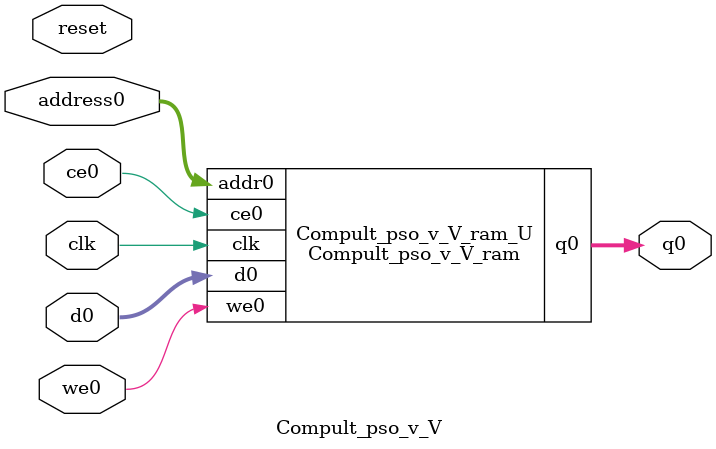
<source format=v>

`timescale 1 ns / 1 ps
module Compult_pso_v_V_ram (addr0, ce0, d0, we0, q0,  clk);

parameter DWIDTH = 30;
parameter AWIDTH = 6;
parameter MEM_SIZE = 40;

input[AWIDTH-1:0] addr0;
input ce0;
input[DWIDTH-1:0] d0;
input we0;
output reg[DWIDTH-1:0] q0;
input clk;

(* ram_style = "block" *)reg [DWIDTH-1:0] ram[MEM_SIZE-1:0];




always @(posedge clk)  
begin 
    if (ce0) 
    begin
        if (we0) 
        begin 
            ram[addr0] <= d0; 
            q0 <= d0;
        end 
        else 
            q0 <= ram[addr0];
    end
end


endmodule


`timescale 1 ns / 1 ps
module Compult_pso_v_V(
    reset,
    clk,
    address0,
    ce0,
    we0,
    d0,
    q0);

parameter DataWidth = 32'd30;
parameter AddressRange = 32'd40;
parameter AddressWidth = 32'd6;
input reset;
input clk;
input[AddressWidth - 1:0] address0;
input ce0;
input we0;
input[DataWidth - 1:0] d0;
output[DataWidth - 1:0] q0;



Compult_pso_v_V_ram Compult_pso_v_V_ram_U(
    .clk( clk ),
    .addr0( address0 ),
    .ce0( ce0 ),
    .d0( d0 ),
    .we0( we0 ),
    .q0( q0 ));

endmodule


</source>
